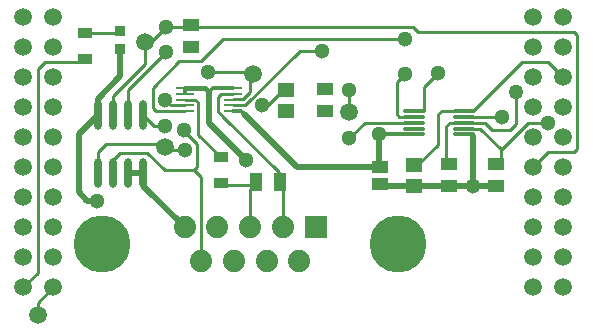
<source format=gtl>
G04 Layer_Physical_Order=1*
G04 Layer_Color=25308*
%FSLAX42Y42*%
%MOMM*%
G71*
G01*
G75*
%ADD10R,1.35X1.10*%
%ADD11R,1.45X1.05*%
%ADD12R,1.45X1.15*%
%ADD13R,1.30X0.90*%
%ADD14O,0.70X2.50*%
%ADD15O,2.00X0.30*%
%ADD16R,0.90X0.90*%
%ADD17O,1.55X0.25*%
%ADD18R,1.14X1.52*%
%ADD19C,1.52*%
%ADD20C,0.30*%
%ADD21C,0.50*%
%ADD22C,0.25*%
%ADD23C,0.40*%
%ADD24C,0.35*%
%ADD25C,4.83*%
%ADD26C,1.88*%
%ADD27R,1.88X1.88*%
%ADD28C,1.30*%
%ADD29C,1.27*%
D10*
X8150Y6460D02*
D03*
Y6600D02*
D03*
D11*
X7680Y7262D02*
D03*
Y7078D02*
D03*
X8730Y6447D02*
D03*
Y6632D02*
D03*
X9130Y6447D02*
D03*
Y6632D02*
D03*
X6550Y7803D02*
D03*
Y7618D02*
D03*
D12*
X8440Y6618D02*
D03*
Y6443D02*
D03*
X7350Y7257D02*
D03*
Y7082D02*
D03*
D13*
X5650Y7740D02*
D03*
Y7520D02*
D03*
X6800Y6465D02*
D03*
Y6685D02*
D03*
D14*
X6140Y7045D02*
D03*
X6013D02*
D03*
X5886D02*
D03*
X5759D02*
D03*
X6140Y6555D02*
D03*
X6013D02*
D03*
X5886D02*
D03*
X5759D02*
D03*
D15*
X8440Y7080D02*
D03*
Y7030D02*
D03*
Y6980D02*
D03*
Y6930D02*
D03*
Y6880D02*
D03*
X8860Y7080D02*
D03*
Y7030D02*
D03*
Y6980D02*
D03*
Y6930D02*
D03*
Y6880D02*
D03*
D16*
X5950Y7605D02*
D03*
Y7755D02*
D03*
D17*
X6903Y7075D02*
D03*
Y7125D02*
D03*
Y7175D02*
D03*
Y7225D02*
D03*
Y7275D02*
D03*
X6498Y7075D02*
D03*
Y7125D02*
D03*
Y7175D02*
D03*
Y7225D02*
D03*
Y7275D02*
D03*
D18*
X7098Y6475D02*
D03*
X7302D02*
D03*
D19*
X6160Y7660D02*
D03*
X6325Y6775D02*
D03*
X7890Y7070D02*
D03*
X7070Y7390D02*
D03*
X5250Y5350D02*
D03*
X9445Y7873D02*
D03*
X9699D02*
D03*
X9445Y7619D02*
D03*
X9699D02*
D03*
X9445Y7365D02*
D03*
X9699D02*
D03*
X9445Y7111D02*
D03*
X9699D02*
D03*
X9445Y6857D02*
D03*
X9699D02*
D03*
X9445Y6603D02*
D03*
X9699D02*
D03*
X9445Y6349D02*
D03*
X9699D02*
D03*
X9445Y6095D02*
D03*
X9699D02*
D03*
X9445Y5841D02*
D03*
X9699D02*
D03*
X9445Y5587D02*
D03*
X9699D02*
D03*
X5127Y7873D02*
D03*
X5381D02*
D03*
X5127Y7619D02*
D03*
X5381D02*
D03*
X5127Y7365D02*
D03*
X5381D02*
D03*
X5127Y7111D02*
D03*
X5381D02*
D03*
X5127Y6857D02*
D03*
X5381D02*
D03*
X5127Y6603D02*
D03*
X5381D02*
D03*
X5127Y6349D02*
D03*
X5381D02*
D03*
X5127Y6095D02*
D03*
X5381D02*
D03*
X5127Y5841D02*
D03*
X5381D02*
D03*
X5127Y5587D02*
D03*
X5381D02*
D03*
D20*
X6975Y7075D02*
X7000Y7050D01*
X6903Y7075D02*
X6975D01*
X8140Y6880D02*
X8440D01*
D21*
X7000Y7050D02*
X7450Y6600D01*
X8120D01*
X8170Y6440D02*
X8940D01*
X9122D02*
X9130Y6447D01*
X8940Y6440D02*
X9122D01*
X8150Y6460D02*
X8170Y6440D01*
X8120Y6600D02*
X8140Y6620D01*
Y6880D01*
Y6610D02*
Y6620D01*
X8940Y6440D02*
Y6870D01*
X5600Y6886D02*
X5759Y7045D01*
X5600Y6390D02*
Y6886D01*
Y6390D02*
X5670Y6320D01*
X5750D01*
X5950Y7375D02*
Y7605D01*
X5759Y7184D02*
X5950Y7375D01*
X5759Y7045D02*
Y7184D01*
X6013Y6555D02*
X6140D01*
Y6446D02*
X6495Y6092D01*
X6700Y6975D02*
X7012Y6662D01*
X6700Y6975D02*
Y7240D01*
D22*
X7005Y7125D02*
X7470Y7590D01*
X6979Y7125D02*
X7005D01*
X6979Y7125D02*
X6979Y7125D01*
X6903Y7125D02*
X6979D01*
X6986Y7176D02*
X7050Y7240D01*
X6903Y7176D02*
X6986D01*
X8470Y7750D02*
X9790D01*
X8430Y7790D02*
X8470Y7750D01*
X6340Y7790D02*
X8430D01*
X6820Y7690D02*
X8360D01*
X8360Y7690D01*
X7470Y7590D02*
X7660D01*
X6630Y7500D02*
X6820Y7690D01*
X8860Y7080D02*
X8940D01*
X9350Y7490D02*
X9574D01*
X8940Y7080D02*
X9350Y7490D01*
X9790Y7750D02*
X9820Y7720D01*
Y6760D02*
Y7720D01*
X9790Y6730D02*
X9820Y6760D01*
X9572Y6730D02*
X9790D01*
X9445Y6603D02*
X9572Y6730D01*
X8995Y6930D02*
X9170Y6755D01*
Y6672D02*
Y6755D01*
X9130Y6632D02*
X9170Y6672D01*
X9100Y6920D02*
X9250D01*
X9040Y6980D02*
X9100Y6920D01*
X8860Y6980D02*
X9040D01*
X9300Y6970D02*
Y7240D01*
X9250Y6920D02*
X9300Y6970D01*
X9400Y6980D02*
X9570D01*
X9172Y6752D02*
X9400Y6980D01*
X8860Y7030D02*
X9180D01*
X8740Y6980D02*
X8860D01*
X8710Y6950D02*
X8740Y6980D01*
X8710Y6612D02*
Y6950D01*
X8860Y6930D02*
X8995D01*
X8710Y6612D02*
X8730Y6632D01*
X8670Y7080D02*
X8860D01*
X8640Y7050D02*
X8670Y7080D01*
X8640Y6793D02*
Y7050D01*
X8465Y6618D02*
X8640Y6793D01*
X8020Y6980D02*
X8440D01*
X7890Y6850D02*
X8020Y6980D01*
X8290Y7320D02*
X8360Y7390D01*
X8310Y7030D02*
X8440D01*
X8290Y7050D02*
X8310Y7030D01*
X8290Y7050D02*
Y7320D01*
X9574Y7490D02*
X9699Y7365D01*
X7890Y7070D02*
Y7253D01*
X8520Y7280D02*
X8640Y7400D01*
X8520Y7080D02*
Y7280D01*
X7325Y7257D02*
X7350D01*
X8440Y6618D02*
X8465D01*
X9675Y7365D02*
X9699D01*
X7050Y7240D02*
Y7370D01*
X7070Y7390D01*
X7197Y7130D02*
X7325Y7257D01*
X7150Y7130D02*
X7197D01*
X6450Y7500D02*
X6630D01*
X6225Y7275D02*
X6450Y7500D01*
X6210Y7660D02*
X6340Y7790D01*
X6160Y7660D02*
X6210D01*
X6160Y7480D02*
Y7660D01*
X5886Y7206D02*
X6160Y7480D01*
X5886Y7045D02*
Y7206D01*
X6013Y7253D02*
X6340Y7580D01*
X6013Y7045D02*
Y7253D01*
X7050Y7410D02*
X7070Y7390D01*
X6690Y7410D02*
X7050D01*
X5250Y5456D02*
X5381Y5587D01*
X5250Y5350D02*
Y5456D01*
X5127Y5587D02*
X5250Y5710D01*
X6225Y7100D02*
Y7275D01*
X5250Y5710D02*
Y7430D01*
X5127Y5587D02*
X5137D01*
X5759Y6734D02*
X5825Y6800D01*
X5759Y6555D02*
Y6734D01*
X5600Y7490D02*
X5650Y7540D01*
X5310Y7490D02*
X5600D01*
X5915Y7740D02*
X5950Y7775D01*
X5650Y7740D02*
X5915D01*
X5250Y7430D02*
X5310Y7490D01*
X6498Y7175D02*
X6584D01*
X6608Y7151D01*
Y6877D02*
Y7151D01*
Y6877D02*
X6800Y6685D01*
X6485Y6915D02*
X6600Y6800D01*
Y6600D02*
Y6800D01*
X6377Y7125D02*
X6500D01*
X6327Y7175D02*
X6377Y7125D01*
X6325Y6575D02*
X6575D01*
X6175Y6725D02*
X6325Y6575D01*
X6630Y6300D02*
X6635Y5808D01*
X6350Y6750D02*
X6525D01*
X6300Y6800D02*
X6350Y6750D01*
X6225Y7100D02*
X6250Y7075D01*
X6498D01*
X6815Y6450D02*
X7051D01*
X6800Y6465D02*
X6815Y6450D01*
X5950Y6725D02*
X6175D01*
X5886Y6661D02*
X5950Y6725D01*
X6775Y7074D02*
Y7200D01*
Y7074D02*
X6819Y7030D01*
X6820D02*
X7290Y6560D01*
X6819Y7030D02*
X6820D01*
X7290Y6475D02*
Y6560D01*
X5886Y6555D02*
Y6661D01*
X5825Y6800D02*
X6300D01*
X6140Y6446D02*
Y6555D01*
X6775Y7200D02*
X6800Y7225D01*
X6903D01*
X6140Y7045D02*
X6235Y6950D01*
X6325D01*
X6498Y7275D02*
X6498Y7276D01*
X6575Y6575D02*
X6630Y6520D01*
Y6300D02*
Y6520D01*
X6575Y6575D02*
X6600Y6600D01*
X7328Y6092D02*
Y6437D01*
X7290Y6475D02*
X7328Y6437D01*
X7051Y6092D02*
Y6416D01*
X7110Y6475D01*
D23*
X6498Y7276D02*
X6664D01*
X6700Y7240D01*
D24*
X6736Y7276D01*
X6903D01*
X6498Y7228D02*
Y7275D01*
D25*
X5799Y5950D02*
D03*
X8301D02*
D03*
D26*
X6635Y5808D02*
D03*
X6911D02*
D03*
X7189D02*
D03*
X7466D02*
D03*
X6495Y6092D02*
D03*
X6772D02*
D03*
X7051D02*
D03*
X7328D02*
D03*
D27*
X7605D02*
D03*
D28*
X8140Y6880D02*
D03*
X8360Y7690D02*
D03*
X7660Y7590D02*
D03*
X9180Y7030D02*
D03*
X9570Y6980D02*
D03*
X7890Y7253D02*
D03*
Y6850D02*
D03*
X8640Y7400D02*
D03*
X8360Y7390D02*
D03*
X8940Y6440D02*
D03*
X7150Y7130D02*
D03*
X6340Y7790D02*
D03*
Y7580D02*
D03*
X6690Y7410D02*
D03*
X6325Y7175D02*
D03*
X5750Y6320D02*
D03*
X6490Y6920D02*
D03*
X6500Y6750D02*
D03*
X7012Y6662D02*
D03*
X6325Y6950D02*
D03*
D29*
X9300Y7240D02*
D03*
M02*

</source>
